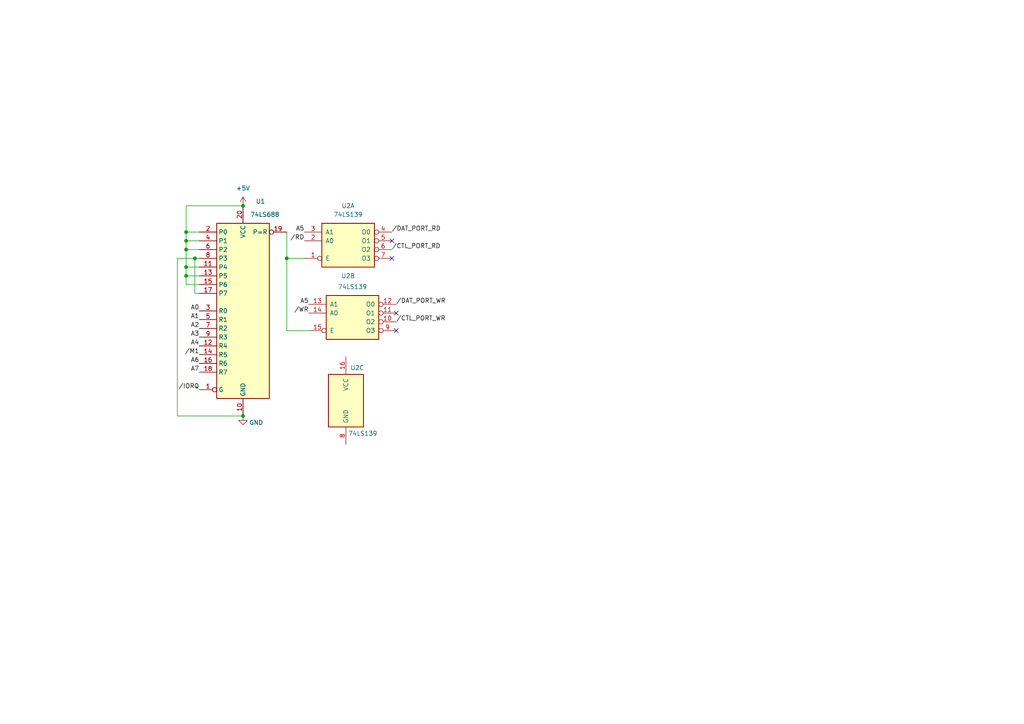
<source format=kicad_sch>
(kicad_sch (version 20230121) (generator eeschema)
  (paper "A4")
  (lib_symbols
    (symbol "74xx:74LS139" (pin_names (offset 1.016))
      (property "Reference" "U" (at -7.62 8.89 0))
      (property "Value" "74LS139" (at -7.62 -8.89 0))
      (symbol "74LS139_1_0"
        (pin input inverted (at -12.7 -5.08 0) (length 5.08) (name "E") (number "1"))
        (pin input line (at -12.7 0 0) (length 5.08) (name "A0") (number "2"))
        (pin input line (at -12.7 2.54 0) (length 5.08) (name "A1") (number "3"))
        (pin output inverted (at 12.7 2.54 180) (length 5.08) (name "O0") (number "4"))
        (pin output inverted (at 12.7 0 180) (length 5.08) (name "O1") (number "5"))
        (pin output inverted (at 12.7 -2.54 180) (length 5.08) (name "O2") (number "6"))
        (pin output inverted (at 12.7 -5.08 180) (length 5.08) (name "O3") (number "7"))
      )
      (symbol "74LS139_1_1"
        (rectangle (start -7.62 5.08) (end 7.62 -7.62) (stroke (width 0.254)) (fill (type background)))
      )
      (symbol "74LS139_2_0"
        (pin output inverted (at 12.7 -2.54 180) (length 5.08) (name "O2") (number "10"))
        (pin output inverted (at 12.7 0 180) (length 5.08) (name "O1") (number "11"))
        (pin output inverted (at 12.7 2.54 180) (length 5.08) (name "O0") (number "12"))
        (pin input line (at -12.7 2.54 0) (length 5.08) (name "A1") (number "13"))
        (pin input line (at -12.7 0 0) (length 5.08) (name "A0") (number "14"))
        (pin input inverted (at -12.7 -5.08 0) (length 5.08) (name "E") (number "15"))
        (pin output inverted (at 12.7 -5.08 180) (length 5.08) (name "O3") (number "9"))
      )
      (symbol "74LS139_2_1"
        (rectangle (start -7.62 5.08) (end 7.62 -7.62) (stroke (width 0.254)) (fill (type background)))
      )
      (symbol "74LS139_3_0"
        (pin power_in line (at 0 12.7 270) (length 5.08) (name "VCC") (number "16"))
        (pin power_in line (at 0 -12.7 90) (length 5.08) (name "GND") (number "8"))
      )
      (symbol "74LS139_3_1"
        (rectangle (start -5.08 7.62) (end 5.08 -7.62) (stroke (width 0.254)) (fill (type background)))
      )
    )
    (symbol "74xx:74LS688"
      (property "Reference" "U" (at -7.62 26.67 0))
      (property "Value" "74LS688" (at -7.62 -26.67 0))
      (symbol "74LS688_1_0"
        (pin input inverted (at -12.7 -22.86 0) (length 5.08) (name "G") (number "1"))
        (pin power_in line (at 0 -30.48 90) (length 5.08) (name "GND") (number "10"))
        (pin input line (at -12.7 12.7 0) (length 5.08) (name "P4") (number "11"))
        (pin input line (at -12.7 -10.16 0) (length 5.08) (name "R4") (number "12"))
        (pin input line (at -12.7 10.16 0) (length 5.08) (name "P5") (number "13"))
        (pin input line (at -12.7 -12.7 0) (length 5.08) (name "R5") (number "14"))
        (pin input line (at -12.7 7.62 0) (length 5.08) (name "P6") (number "15"))
        (pin input line (at -12.7 -15.24 0) (length 5.08) (name "R6") (number "16"))
        (pin input line (at -12.7 5.08 0) (length 5.08) (name "P7") (number "17"))
        (pin input line (at -12.7 -17.78 0) (length 5.08) (name "R7") (number "18"))
        (pin output inverted (at 12.7 22.86 180) (length 5.08) (name "P=R") (number "19"))
        (pin input line (at -12.7 22.86 0) (length 5.08) (name "P0") (number "2"))
        (pin power_in line (at 0 30.48 270) (length 5.08) (name "VCC") (number "20"))
        (pin input line (at -12.7 0 0) (length 5.08) (name "R0") (number "3"))
        (pin input line (at -12.7 20.32 0) (length 5.08) (name "P1") (number "4"))
        (pin input line (at -12.7 -2.54 0) (length 5.08) (name "R1") (number "5"))
        (pin input line (at -12.7 17.78 0) (length 5.08) (name "P2") (number "6"))
        (pin input line (at -12.7 -5.08 0) (length 5.08) (name "R2") (number "7"))
        (pin input line (at -12.7 15.24 0) (length 5.08) (name "P3") (number "8"))
        (pin input line (at -12.7 -7.62 0) (length 5.08) (name "R3") (number "9"))
      )
      (symbol "74LS688_1_1"
        (rectangle (start -7.62 25.4) (end 7.62 -25.4) (stroke (width 0.254)) (fill (type background)))
      )
    )
    (symbol "power:+5V" (power) (pin_names (offset 0))
      (property "Value" "+5V" (at 0 3.556 0))
      (symbol "+5V_0_1"
        (polyline (pts (xy -0.762 1.27) (xy 0 2.54)))
        (polyline (pts (xy 0 0) (xy 0 2.54)))
        (polyline (pts (xy 0 2.54) (xy 0.762 1.27)))
      )
      (symbol "+5V_1_1"
        (pin power_in line (at 0 0 90) (length 0) hide (name "+5V") (number "1"))
      )
    )
    (symbol "power:GND" (power) (pin_names (offset 0))
      (property "Value" "GND" (at 0 -3.81 0))
      (symbol "GND_0_1"
        (polyline (pts (xy 0 0) (xy 0 -1.27) (xy 1.27 -1.27) (xy 0 -2.54) (xy -1.27 -1.27) (xy 0 -1.27)))
      )
      (symbol "GND_1_1"
        (pin power_in line (at 0 0 270) (length 0) hide (name "GND") (number "1"))
      )
    )
  )
  (junction (at 70.485 59.69))
  (junction (at 53.975 80.01))
  (junction (at 53.975 67.31))
  (junction (at 70.485 120.65))
  (junction (at 83.185 74.93))
  (junction (at 53.975 69.85))
  (junction (at 53.975 77.47))
  (junction (at 56.515 74.93))
  (junction (at 53.975 72.39))
  (no_connect (at 114.935 90.805))
  (no_connect (at 114.935 95.885))
  (no_connect (at 113.665 74.93))
  (no_connect (at 113.665 69.85))
  (wire (pts (xy 57.785 67.31) (xy 53.975 67.31)))
  (wire (pts (xy 70.485 59.69) (xy 53.975 59.69)))
  (wire (pts (xy 57.785 72.39) (xy 53.975 72.39)))
  (wire (pts (xy 83.185 67.31) (xy 83.185 74.93)))
  (wire (pts (xy 83.185 74.93) (xy 83.185 95.885)))
  (wire (pts (xy 53.975 80.01) (xy 57.785 80.01)))
  (wire (pts (xy 53.975 72.39) (xy 53.975 77.47)))
  (wire (pts (xy 53.975 80.01) (xy 53.975 77.47)))
  (wire (pts (xy 53.975 67.31) (xy 53.975 69.85)))
  (wire (pts (xy 57.785 74.93) (xy 56.515 74.93)))
  (wire (pts (xy 56.515 74.93) (xy 56.515 85.09)))
  (wire (pts (xy 51.435 74.93) (xy 56.515 74.93)))
  (wire (pts (xy 57.785 82.55) (xy 53.975 82.55)))
  (wire (pts (xy 51.435 120.65) (xy 51.435 74.93)))
  (wire (pts (xy 53.975 59.69) (xy 53.975 67.31)))
  (wire (pts (xy 70.485 120.65) (xy 51.435 120.65)))
  (wire (pts (xy 83.185 74.93) (xy 88.265 74.93)))
  (wire (pts (xy 56.515 85.09) (xy 57.785 85.09)))
  (wire (pts (xy 53.975 82.55) (xy 53.975 80.01)))
  (wire (pts (xy 89.535 95.885) (xy 83.185 95.885)))
  (wire (pts (xy 53.975 69.85) (xy 53.975 72.39)))
  (wire (pts (xy 57.785 69.85) (xy 53.975 69.85)))
  (wire (pts (xy 53.975 77.47) (xy 57.785 77.47)))
  (label "A0" (at 57.785 90.17 180))
  (label "A4" (at 57.785 100.33 180))
  (label "{slash}CTL_PORT_RD" (at 113.665 72.39 0))
  (label "A1" (at 57.785 92.71 180))
  (label "{slash}WR" (at 89.535 90.805 180))
  (label "A5" (at 89.535 88.265 180))
  (label "A6" (at 57.785 105.41 180))
  (label "A7" (at 57.785 107.95 180))
  (label "A2" (at 57.785 95.25 180))
  (label "{slash}CTL_PORT_WR" (at 114.935 93.345 0))
  (label "A5" (at 88.265 67.31 180))
  (label "A3" (at 57.785 97.79 180))
  (label "{slash}IORQ" (at 57.785 113.03 180))
  (label "{slash}M1" (at 57.785 102.87 180))
  (label "{slash}DAT_PORT_WR" (at 114.935 88.265 0))
  (label "{slash}DAT_PORT_RD" (at 113.665 67.31 0))
  (label "{slash}RD" (at 88.265 69.85 180))
  (symbol (lib_id "74xx:74LS139") (at 100.965 69.85 0) (unit 1)
    (property "Reference" "U2" (at 100.965 59.69 0))
    (property "Value" "74LS139" (at 100.965 62.23 0))
    (property "Datasheet" "http://www.ti.com/lit/ds/symlink/sn74ls139a.pdf" (effects hide))
  )
  (symbol (lib_id "74xx:74LS139") (at 100.33 116.205 0) (unit 3)
    (property "Reference" "U2" (at 101.6 106.68 0) (effects (justify left)))
    (property "Value" "74LS139" (at 100.965 125.73 0) (effects (justify left)))
    (property "Datasheet" "http://www.ti.com/lit/ds/symlink/sn74ls139a.pdf" (effects hide))
  )
  (symbol (lib_id "power:GND") (at 70.485 120.65 0) (unit 1)
    (property "Reference" "#PWR01" (effects hide))
    (property "Value" "GND" (at 74.295 122.555 0))
    (instances (project "zx-sdc" (path "" (reference "#PWR01") (unit 1)) (path "" (reference "#PWR04") (unit 1))))
  )
  (symbol (lib_id "74xx:74LS139") (at 102.235 90.805 0) (unit 2)
    (property "Reference" "U2" (at 100.965 80.01 0))
    (property "Value" "74LS139" (at 102.235 83.185 0))
    (property "Datasheet" "http://www.ti.com/lit/ds/symlink/sn74ls139a.pdf" (effects hide))
  )
  (symbol (lib_id "power:+5V") (at 70.485 59.69 0) (unit 1)
    (property "Reference" "#PWR04" (effects hide))
    (property "Value" "+5V" (at 70.485 54.61 0))
    (instances (project "zx-sdc" (path "" (reference "#PWR04") (unit 1)) (path "" (reference "#PWR01") (unit 1))))
  )
  (symbol (lib_id "74xx:74LS688") (at 70.485 90.17 0) (unit 1)
    (property "Reference" "U1" (at 75.565 58.42 0))
    (property "Value" "74LS688" (at 76.835 62.23 0))
    (property "Datasheet" "http://www.ti.com/lit/gpn/sn74LS688" (effects hide))
  )
)
</source>
